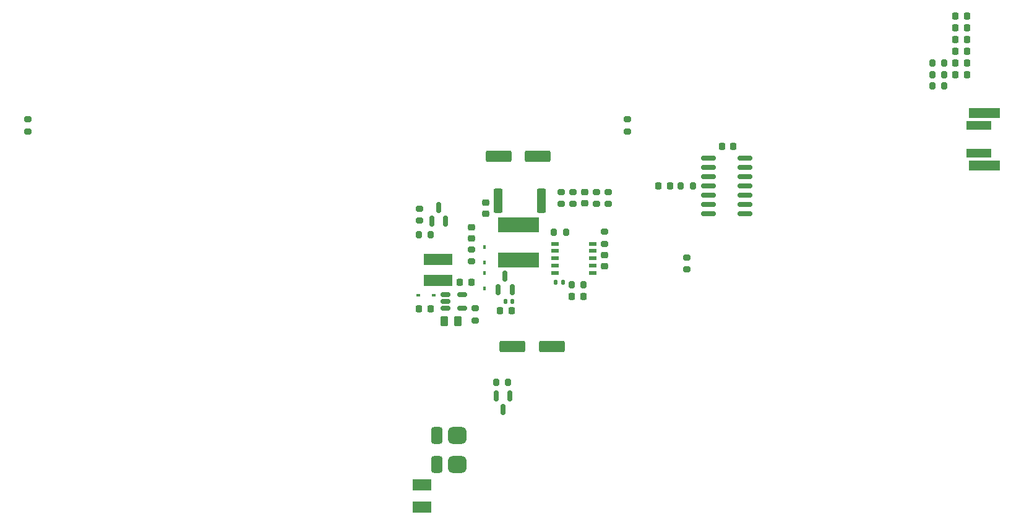
<source format=gbr>
%TF.GenerationSoftware,KiCad,Pcbnew,6.0.0-rc1-unknown-c40e921cb3~144~ubuntu20.04.1*%
%TF.CreationDate,2021-11-23T20:48:53+02:00*%
%TF.ProjectId,solar_lantern,736f6c61-725f-46c6-916e-7465726e2e6b,1*%
%TF.SameCoordinates,Original*%
%TF.FileFunction,Paste,Top*%
%TF.FilePolarity,Positive*%
%FSLAX46Y46*%
G04 Gerber Fmt 4.6, Leading zero omitted, Abs format (unit mm)*
G04 Created by KiCad (PCBNEW 6.0.0-rc1-unknown-c40e921cb3~144~ubuntu20.04.1) date 2021-11-23 20:48:53*
%MOMM*%
%LPD*%
G01*
G04 APERTURE LIST*
G04 Aperture macros list*
%AMRoundRect*
0 Rectangle with rounded corners*
0 $1 Rounding radius*
0 $2 $3 $4 $5 $6 $7 $8 $9 X,Y pos of 4 corners*
0 Add a 4 corners polygon primitive as box body*
4,1,4,$2,$3,$4,$5,$6,$7,$8,$9,$2,$3,0*
0 Add four circle primitives for the rounded corners*
1,1,$1+$1,$2,$3*
1,1,$1+$1,$4,$5*
1,1,$1+$1,$6,$7*
1,1,$1+$1,$8,$9*
0 Add four rect primitives between the rounded corners*
20,1,$1+$1,$2,$3,$4,$5,0*
20,1,$1+$1,$4,$5,$6,$7,0*
20,1,$1+$1,$6,$7,$8,$9,0*
20,1,$1+$1,$8,$9,$2,$3,0*%
G04 Aperture macros list end*
%ADD10RoundRect,0.575000X-0.690000X-0.575000X0.690000X-0.575000X0.690000X0.575000X-0.690000X0.575000X0*%
%ADD11RoundRect,0.395000X-0.395000X-0.755000X0.395000X-0.755000X0.395000X0.755000X-0.395000X0.755000X0*%
%ADD12RoundRect,0.250000X-1.500000X-0.550000X1.500000X-0.550000X1.500000X0.550000X-1.500000X0.550000X0*%
%ADD13RoundRect,0.225000X0.225000X0.250000X-0.225000X0.250000X-0.225000X-0.250000X0.225000X-0.250000X0*%
%ADD14RoundRect,0.200000X0.200000X0.275000X-0.200000X0.275000X-0.200000X-0.275000X0.200000X-0.275000X0*%
%ADD15RoundRect,0.225000X-0.225000X-0.250000X0.225000X-0.250000X0.225000X0.250000X-0.225000X0.250000X0*%
%ADD16RoundRect,0.200000X-0.200000X-0.275000X0.200000X-0.275000X0.200000X0.275000X-0.200000X0.275000X0*%
%ADD17RoundRect,0.218750X0.218750X0.256250X-0.218750X0.256250X-0.218750X-0.256250X0.218750X-0.256250X0*%
%ADD18RoundRect,0.200000X-0.275000X0.200000X-0.275000X-0.200000X0.275000X-0.200000X0.275000X0.200000X0*%
%ADD19RoundRect,0.140000X-0.140000X-0.170000X0.140000X-0.170000X0.140000X0.170000X-0.140000X0.170000X0*%
%ADD20RoundRect,0.150000X0.150000X-0.587500X0.150000X0.587500X-0.150000X0.587500X-0.150000X-0.587500X0*%
%ADD21R,2.600000X1.500000*%
%ADD22R,0.450000X0.600000*%
%ADD23RoundRect,0.200000X0.275000X-0.200000X0.275000X0.200000X-0.275000X0.200000X-0.275000X-0.200000X0*%
%ADD24RoundRect,0.250000X-0.262500X-0.450000X0.262500X-0.450000X0.262500X0.450000X-0.262500X0.450000X0*%
%ADD25R,5.700000X2.000000*%
%ADD26R,3.900000X1.600000*%
%ADD27RoundRect,0.225000X0.250000X-0.225000X0.250000X0.225000X-0.250000X0.225000X-0.250000X-0.225000X0*%
%ADD28RoundRect,0.250000X0.362500X1.425000X-0.362500X1.425000X-0.362500X-1.425000X0.362500X-1.425000X0*%
%ADD29R,1.100000X0.510000*%
%ADD30RoundRect,0.150000X-0.825000X-0.150000X0.825000X-0.150000X0.825000X0.150000X-0.825000X0.150000X0*%
%ADD31RoundRect,0.150000X-0.512500X-0.150000X0.512500X-0.150000X0.512500X0.150000X-0.512500X0.150000X0*%
%ADD32RoundRect,0.218750X-0.218750X-0.256250X0.218750X-0.256250X0.218750X0.256250X-0.218750X0.256250X0*%
%ADD33RoundRect,0.225000X-0.250000X0.225000X-0.250000X-0.225000X0.250000X-0.225000X0.250000X0.225000X0*%
%ADD34R,3.400000X1.250000*%
%ADD35R,4.300000X1.450000*%
%ADD36R,0.600000X0.450000*%
%ADD37RoundRect,0.150000X-0.150000X0.587500X-0.150000X-0.587500X0.150000X-0.587500X0.150000X0.587500X0*%
G04 APERTURE END LIST*
D10*
%TO.C,D10*%
X127735000Y-81500000D03*
D11*
X124990000Y-81500000D03*
%TD*%
D12*
%TO.C,C14*%
X133400000Y-43200000D03*
X138800000Y-43200000D03*
%TD*%
D13*
%TO.C,C4*%
X144997500Y-62402500D03*
X143447500Y-62402500D03*
%TD*%
D14*
%TO.C,R1*%
X134725000Y-74200000D03*
X133075000Y-74200000D03*
%TD*%
D13*
%TO.C,C12*%
X129675000Y-60500000D03*
X128125000Y-60500000D03*
%TD*%
D15*
%TO.C,C2*%
X133625000Y-64400000D03*
X135175000Y-64400000D03*
%TD*%
D16*
%TO.C,R12*%
X192775000Y-33600000D03*
X194425000Y-33600000D03*
%TD*%
D17*
%TO.C,D3*%
X197487500Y-24000000D03*
X195912500Y-24000000D03*
%TD*%
D18*
%TO.C,R15*%
X122600000Y-50375000D03*
X122600000Y-52025000D03*
%TD*%
D14*
%TO.C,R16*%
X124125000Y-54000000D03*
X122475000Y-54000000D03*
%TD*%
D18*
%TO.C,R5*%
X129722500Y-55977500D03*
X129722500Y-57627500D03*
%TD*%
D17*
%TO.C,D4*%
X197487500Y-25600000D03*
X195912500Y-25600000D03*
%TD*%
D19*
%TO.C,C3*%
X134320000Y-63100000D03*
X135280000Y-63100000D03*
%TD*%
D20*
%TO.C,Q3*%
X124250000Y-52137500D03*
X126150000Y-52137500D03*
X125200000Y-50262500D03*
%TD*%
D21*
%TO.C,D11*%
X122900000Y-88300000D03*
X122900000Y-91300000D03*
%TD*%
D22*
%TO.C,D12*%
X131500000Y-59250000D03*
X131500000Y-61350000D03*
%TD*%
D23*
%TO.C,R4*%
X147922500Y-55227500D03*
X147922500Y-53577500D03*
%TD*%
D15*
%TO.C,C13*%
X122525000Y-64100000D03*
X124075000Y-64100000D03*
%TD*%
D24*
%TO.C,R18*%
X125987500Y-65822500D03*
X127812500Y-65822500D03*
%TD*%
D25*
%TO.C,L1*%
X136122500Y-57402500D03*
X136122500Y-52602500D03*
%TD*%
D13*
%TO.C,C9*%
X165539511Y-41875001D03*
X163989511Y-41875001D03*
%TD*%
D12*
%TO.C,C1*%
X135300000Y-69300000D03*
X140700000Y-69300000D03*
%TD*%
D23*
%TO.C,R21*%
X69000000Y-39825000D03*
X69000000Y-38175000D03*
%TD*%
D26*
%TO.C,L2*%
X125100000Y-57350000D03*
X125100000Y-60250000D03*
%TD*%
D27*
%TO.C,C7*%
X131622500Y-51077500D03*
X131622500Y-49527500D03*
%TD*%
D18*
%TO.C,R17*%
X130200000Y-64075000D03*
X130200000Y-65725000D03*
%TD*%
D28*
%TO.C,R6*%
X139285000Y-49302500D03*
X133360000Y-49302500D03*
%TD*%
D29*
%TO.C,U1*%
X146272500Y-59202500D03*
X146272500Y-58202500D03*
X146272500Y-57202500D03*
X146272500Y-56202500D03*
X146272500Y-55202500D03*
X141172500Y-55202500D03*
X141172500Y-56202500D03*
X141172500Y-57202500D03*
X141172500Y-58202500D03*
X141172500Y-59202500D03*
%TD*%
D14*
%TO.C,R9*%
X159989511Y-47275001D03*
X158339511Y-47275001D03*
%TD*%
D30*
%TO.C,U2*%
X162149511Y-43475001D03*
X162149511Y-44745001D03*
X162149511Y-46015001D03*
X162149511Y-47285001D03*
X162149511Y-48555001D03*
X162149511Y-49825001D03*
X162149511Y-51095001D03*
X167099511Y-51095001D03*
X167099511Y-49825001D03*
X167099511Y-48555001D03*
X167099511Y-47285001D03*
X167099511Y-46015001D03*
X167099511Y-44745001D03*
X167099511Y-43475001D03*
%TD*%
D20*
%TO.C,Q2*%
X133350000Y-61537500D03*
X135250000Y-61537500D03*
X134300000Y-59662500D03*
%TD*%
D31*
%TO.C,U3*%
X126162500Y-62150000D03*
X126162500Y-63100000D03*
X126162500Y-64050000D03*
X128437500Y-64050000D03*
X128437500Y-62150000D03*
%TD*%
D17*
%TO.C,D7*%
X197487500Y-30400000D03*
X195912500Y-30400000D03*
%TD*%
D16*
%TO.C,R10*%
X192775000Y-32000000D03*
X194425000Y-32000000D03*
%TD*%
D32*
%TO.C,D2*%
X195912500Y-27200000D03*
X197487500Y-27200000D03*
%TD*%
D22*
%TO.C,D1*%
X131522500Y-57752500D03*
X131522500Y-55652500D03*
%TD*%
D14*
%TO.C,R3*%
X142647500Y-53602500D03*
X140997500Y-53602500D03*
%TD*%
D33*
%TO.C,C6*%
X129722500Y-52927500D03*
X129722500Y-54477500D03*
%TD*%
D34*
%TO.C,SW1*%
X199100000Y-42775000D03*
D35*
X199850000Y-44525000D03*
D34*
X199100000Y-39025000D03*
D35*
X199850000Y-37275000D03*
%TD*%
D23*
%TO.C,R8*%
X148387740Y-49737740D03*
X148387740Y-48087740D03*
%TD*%
D27*
%TO.C,C5*%
X147922500Y-58277500D03*
X147922500Y-56727500D03*
%TD*%
D14*
%TO.C,R2*%
X145047500Y-60802500D03*
X143397500Y-60802500D03*
%TD*%
D32*
%TO.C,D6*%
X195912500Y-32000000D03*
X197487500Y-32000000D03*
%TD*%
D15*
%TO.C,C10*%
X155289511Y-47275001D03*
X156839511Y-47275001D03*
%TD*%
D18*
%TO.C,R14*%
X143587740Y-48087740D03*
X143587740Y-49737740D03*
%TD*%
D36*
%TO.C,D8*%
X122450000Y-62300000D03*
X124550000Y-62300000D03*
%TD*%
D23*
%TO.C,R7*%
X146787740Y-49737740D03*
X146787740Y-48087740D03*
%TD*%
%TO.C,R13*%
X141987740Y-49737740D03*
X141987740Y-48087740D03*
%TD*%
D32*
%TO.C,D5*%
X195912500Y-28800000D03*
X197487500Y-28800000D03*
%TD*%
D33*
%TO.C,C11*%
X145187740Y-48137740D03*
X145187740Y-49687740D03*
%TD*%
D18*
%TO.C,R19*%
X159200000Y-57075000D03*
X159200000Y-58725000D03*
%TD*%
D10*
%TO.C,D9*%
X127735000Y-85500000D03*
D11*
X124990000Y-85500000D03*
%TD*%
D37*
%TO.C,Q1*%
X134950000Y-76062500D03*
X133050000Y-76062500D03*
X134000000Y-77937500D03*
%TD*%
D23*
%TO.C,R20*%
X151000000Y-39825000D03*
X151000000Y-38175000D03*
%TD*%
D16*
%TO.C,R11*%
X192775000Y-30400000D03*
X194425000Y-30400000D03*
%TD*%
D19*
%TO.C,C8*%
X141242500Y-60502500D03*
X142202500Y-60502500D03*
%TD*%
M02*

</source>
